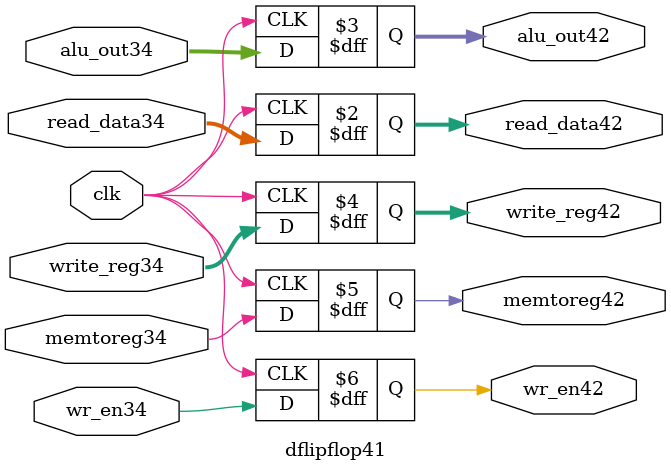
<source format=v>
`timescale 1ns / 1ps


module dflipflop41(read_data42,alu_out42,memtoreg42,wr_en42,write_reg42,
                   read_data34,alu_out34,wr_en34,write_reg34,memtoreg34,clk);
                   output reg [31:0]read_data42,alu_out42;
                   output reg [4:0]write_reg42;
                   output reg memtoreg42,wr_en42;
                   input [31:0]read_data34,alu_out34;
                   input[4:0]write_reg34;
                   input memtoreg34,wr_en34,clk;
                   
always@(posedge clk )

begin
read_data42<=read_data34;
alu_out42<=alu_out34;
write_reg42<=write_reg34;
memtoreg42<=memtoreg34;
wr_en42<=wr_en34;
end
endmodule

</source>
